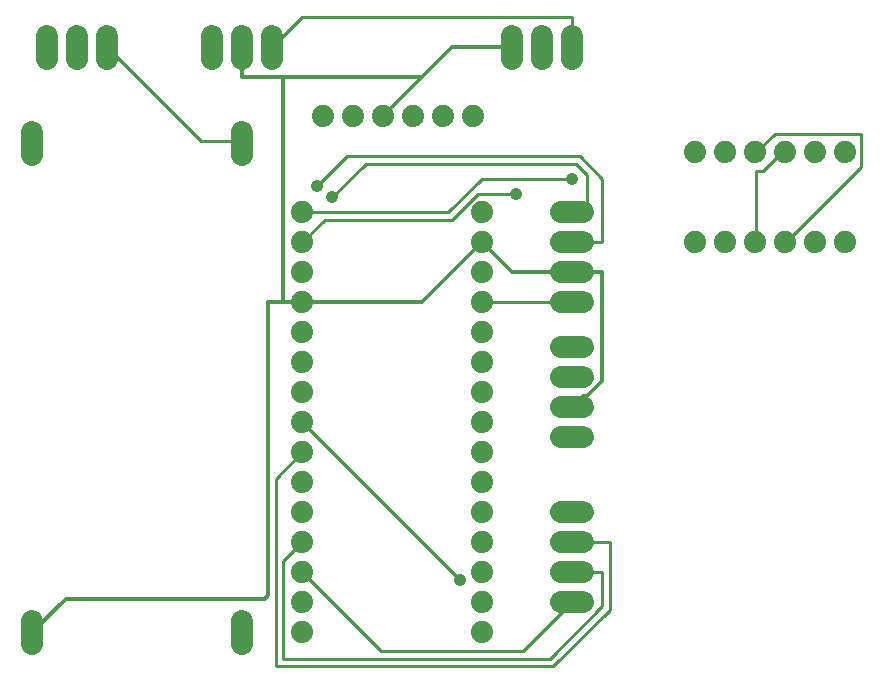
<source format=gbr>
G04 EAGLE Gerber RS-274X export*
G75*
%MOMM*%
%FSLAX34Y34*%
%LPD*%
%INBottom Copper*%
%IPPOS*%
%AMOC8*
5,1,8,0,0,1.08239X$1,22.5*%
G01*
%ADD10C,1.879600*%
%ADD11C,1.879600*%
%ADD12C,0.304800*%
%ADD13C,0.254000*%
%ADD14C,1.066800*%


D10*
X279400Y393700D03*
X279400Y368300D03*
X279400Y342900D03*
X279400Y317500D03*
X279400Y292100D03*
X279400Y266700D03*
X279400Y241300D03*
X279400Y215900D03*
X279400Y190500D03*
X279400Y165100D03*
X279400Y139700D03*
X279400Y114300D03*
X279400Y88900D03*
X279400Y63500D03*
X279400Y38100D03*
X431800Y38100D03*
X431800Y63500D03*
X431800Y88900D03*
X431800Y114300D03*
X431800Y139700D03*
X431800Y165100D03*
X431800Y190500D03*
X431800Y215900D03*
X431800Y241300D03*
X431800Y266700D03*
X431800Y292100D03*
X431800Y317500D03*
X431800Y342900D03*
X431800Y368300D03*
X431800Y393700D03*
D11*
X498602Y63500D02*
X517398Y63500D01*
X517398Y88900D02*
X498602Y88900D01*
X498602Y114300D02*
X517398Y114300D01*
X517398Y139700D02*
X498602Y139700D01*
X498602Y203200D02*
X517398Y203200D01*
X517398Y228600D02*
X498602Y228600D01*
X498602Y254000D02*
X517398Y254000D01*
X517398Y279400D02*
X498602Y279400D01*
X498602Y317500D02*
X517398Y317500D01*
X517398Y342900D02*
X498602Y342900D01*
X498602Y368300D02*
X517398Y368300D01*
X517398Y393700D02*
X498602Y393700D01*
D10*
X424180Y474980D03*
X398780Y474980D03*
X373380Y474980D03*
X347980Y474980D03*
X322580Y474980D03*
X297180Y474980D03*
D11*
X228600Y461518D02*
X228600Y442722D01*
X228600Y47498D02*
X228600Y28702D01*
X50800Y442722D02*
X50800Y461518D01*
X50800Y47498D02*
X50800Y28702D01*
X114300Y524002D02*
X114300Y542798D01*
X254000Y542798D02*
X254000Y524002D01*
X508000Y524002D02*
X508000Y542798D01*
X88900Y542798D02*
X88900Y524002D01*
X228600Y524002D02*
X228600Y542798D01*
X482600Y542798D02*
X482600Y524002D01*
X457200Y524002D02*
X457200Y542798D01*
X203200Y542798D02*
X203200Y524002D01*
X63500Y524002D02*
X63500Y542798D01*
D10*
X612140Y444500D03*
X637540Y444500D03*
X662940Y444500D03*
X688340Y444500D03*
X713740Y444500D03*
X739140Y444500D03*
X612140Y368300D03*
X637540Y368300D03*
X662940Y368300D03*
X688340Y368300D03*
X713740Y368300D03*
X739140Y368300D03*
D12*
X406400Y533400D02*
X381000Y508000D01*
X347980Y474980D01*
X406400Y533400D02*
X457200Y533400D01*
X228600Y533400D02*
X228600Y508000D01*
X263525Y508000D02*
X381000Y508000D01*
X263525Y508000D02*
X228600Y508000D01*
X508000Y228600D02*
X517525Y238125D01*
X520700Y238125D01*
X533400Y250825D01*
X533400Y342900D01*
X508000Y342900D01*
X457200Y342900D02*
X431800Y368300D01*
X457200Y342900D02*
X508000Y342900D01*
X79375Y66675D02*
X50800Y38100D01*
X79375Y66675D02*
X247650Y66675D01*
X250825Y69850D01*
X250825Y317500D01*
X263525Y317500D02*
X279400Y317500D01*
X263525Y317500D02*
X250825Y317500D01*
X381000Y317500D02*
X431800Y368300D01*
X381000Y317500D02*
X279400Y317500D01*
X263525Y317500D02*
X263525Y508000D01*
D13*
X317500Y441325D02*
X292100Y415925D01*
X317500Y441325D02*
X514350Y441325D01*
X533400Y422275D01*
X533400Y368300D01*
X508000Y368300D01*
D14*
X292100Y415925D03*
D13*
X279400Y215900D02*
X412750Y82550D01*
D14*
X412750Y82550D03*
D13*
X279400Y190500D02*
X257175Y168275D01*
X257175Y9525D01*
X492125Y9525D01*
X539750Y57150D01*
X539750Y114300D01*
X508000Y114300D01*
X279400Y114300D02*
X263525Y98425D01*
X263525Y15875D01*
X488950Y15875D01*
X533400Y60325D01*
X533400Y88900D01*
X508000Y88900D01*
X346075Y22225D02*
X279400Y88900D01*
X346075Y22225D02*
X466725Y22225D01*
X508000Y63500D01*
X508000Y317500D02*
X431800Y317500D01*
X333375Y434975D02*
X304800Y406400D01*
X333375Y434975D02*
X511175Y434975D01*
X520700Y425450D01*
X520700Y393700D01*
X508000Y393700D01*
D14*
X304800Y406400D03*
D13*
X279400Y393700D02*
X403225Y393700D01*
X431800Y422275D01*
X508000Y422275D01*
D14*
X508000Y422275D03*
D13*
X298450Y387350D02*
X279400Y368300D01*
X298450Y387350D02*
X406400Y387350D01*
X428625Y409575D01*
X460375Y409575D01*
D14*
X460375Y409575D03*
D13*
X193675Y454025D02*
X114300Y533400D01*
X193675Y454025D02*
X228600Y454025D01*
X228600Y452120D01*
X508000Y533400D02*
X508000Y558800D01*
X279400Y558800D01*
X254000Y533400D01*
X663575Y428625D02*
X663575Y368300D01*
X663575Y428625D02*
X669925Y428625D01*
X685800Y444500D01*
X663575Y368300D02*
X662940Y368300D01*
X685800Y444500D02*
X688340Y444500D01*
X752475Y431800D02*
X688975Y368300D01*
X752475Y431800D02*
X752475Y460375D01*
X679450Y460375D01*
X663575Y444500D01*
X688340Y368300D02*
X688975Y368300D01*
X663575Y444500D02*
X662940Y444500D01*
M02*

</source>
